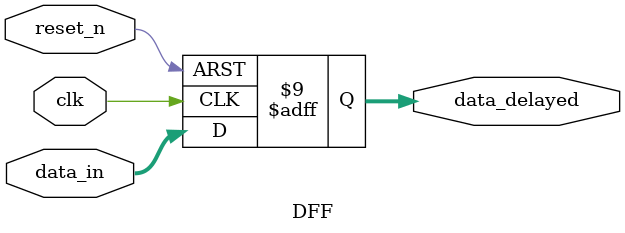
<source format=sv>
module fir_high (
    clk,
    reset_n,
    data_in,
    data_out
);

  parameter N = 24;
  parameter N_coeff = 16;
  // parameter N_taps = 50;
  parameter N_taps = 61;


  input logic clk, reset_n;
  input logic signed [N-1:0] data_in;
  output logic signed [N-1:0] data_out;

  // logic signed [N_coeff-1:0] b [0:8] = '{16'h1,16'h2,16'h1,16'h1};
  // logic signed [N_coeff-1:0] b [0:8] = '{16'h04F6,16'h0AE4,16'h1089,16'h1496,16'h106F,16'h1496,16'h1089,16'h0AE4,16'h04F6};

  // fir filter high fix 
  // 4kHz - 20kHz (bandpass)
  // logic signed [N_coeff-1:0] b[N_taps-1:0] = '{
  //     16'h0014,
  //     16'h001A,
  //     16'h002A,
  //     16'h003F,
  //     16'h005B,
  //     16'h007D,
  //     16'h00A7,
  //     16'h00D9,
  //     16'h0113,
  //     16'h0155,
  //     16'h019E,
  //     16'h01EF,
  //     16'h0246,
  //     16'h02A1,
  //     16'h02FF,
  //     16'h035E,
  //     16'h03BD,
  //     16'h0418,
  //     16'h046E,
  //     16'h04BD,
  //     16'h0502,
  //     16'h053C,
  //     16'h0569,
  //     16'h0587,
  //     16'h0597,
  //     16'h0597,
  //     16'h0587,
  //     16'h0569,
  //     16'h053C,
  //     16'h0502,
  //     16'h04BD,
  //     16'h046E,
  //     16'h0418,
  //     16'h03BD,
  //     16'h035E,
  //     16'h02FF,
  //     16'h02A1,
  //     16'h0246,
  //     16'h01EF,
  //     16'h019E,
  //     16'h0155,
  //     16'h0113,
  //     16'h00D9,
  //     16'h00A7,
  //     16'h007D,
  //     16'h005B,
  //     16'h003F,
  //     16'h002A,
  //     16'h001A,
  //     16'h0014
  // };
  // ;

  logic signed [N_coeff-1:0] b[N_taps-1:0] = {
    16'hFFFF,
    16'hFFFF,
    16'hFD96,
    16'hFFFF,
    16'hFD61,
    16'h0000,
    16'hFFFF,
    16'hFFFF,
    16'h0323,
    16'hFFFF,
    16'h0379,
    16'h0000,
    16'h0000,
    16'hFFFF,
    16'hFB9E,
    16'h0000,
    16'hFAF8,
    16'h0000,
    16'hFFFF,
    16'hFFFF,
    16'h0717,
    16'hFFFF,
    16'h08E2,
    16'hFFFF,
    16'h0000,
    16'h0000,
    16'hEE2C,
    16'h0000,
    16'hDC51,
    16'h0000,
    16'h5653,
    16'h0000,
    16'hDC51,
    16'h0000,
    16'hEE2C,
    16'h0000,
    16'h0000,
    16'hFFFF,
    16'h08E2,
    16'hFFFF,
    16'h0717,
    16'hFFFF,
    16'hFFFF,
    16'h0000,
    16'hFAF8,
    16'h0000,
    16'hFB9E,
    16'hFFFF,
    16'h0000,
    16'h0000,
    16'h0379,
    16'hFFFF,
    16'h0323,
    16'hFFFF,
    16'hFFFF,
    16'h0000,
    16'hFD61,
    16'hFFFF,
    16'hFD96,
    16'hFFFF,
    16'hFFFF
  };

  logic signed [N-1:0] x_delay[0:N_taps-1];


  logic signed [2*N-1:0] add_final;
  logic signed [2*N-1:0] temp_sum;
  logic signed [2*N-1:0] mullti[0:N_taps-1];

  // DFF DFF0 (clk, 0, data_in, x_delay[1]);
  // DFF DFF1 (clk, 0, x_delay[1], x_delay[2]);
  // DFF DFF2 (clk, 0, x_delay[2], x_delay[3]);

  genvar i;
  generate
    ;
    for (i = 0; i < N_taps; i++) begin : dff_block
      if (i == 0) begin
        DFF DFF0 (
            .clk(clk),
            .reset_n(reset_n),
            .data_in(data_in),
            .data_delayed(x_delay[i])
        );
      end else begin
        DFF DFF1 (
            .clk(clk),
            .reset_n(reset_n),
            .data_in(x_delay[i-1]),
            .data_delayed(x_delay[i])
        );
      end
    end
  endgenerate

  always_ff @(posedge clk or negedge reset_n) begin
    if (!reset_n) begin
      for (int j = 0; j < N_taps; j++) begin
        x_delay[j] <= {24'b0};
        mullti[j]  <= {48'b0};
      end
      add_final <= 0;
    end else begin

      for (int j = 0; j < N_taps; j++) begin
        mullti[j] <= b[j] * x_delay[j];
      end

      add_final = 48'd0;
      temp_sum  = 48'd0;


      for (int j = 0; j < N_taps; j++) begin
        temp_sum = temp_sum + mullti[j];
      end
      add_final <= temp_sum;

    end
  end

  always_comb begin
    data_out = add_final[2*N-1:N-1];
  end



endmodule

module DFF (
    clk,
    reset_n,
    data_in,
    data_delayed
);
  parameter N = 24;

  input clk, reset_n;
  input logic signed [N-1:0] data_in;
  output logic signed [N-1:0] data_delayed;

  always_ff @(posedge clk or negedge reset_n) begin
    if (!reset_n) begin
      data_delayed <= 0;
    end else begin
      data_delayed <= data_in;
    end
  end
endmodule

</source>
